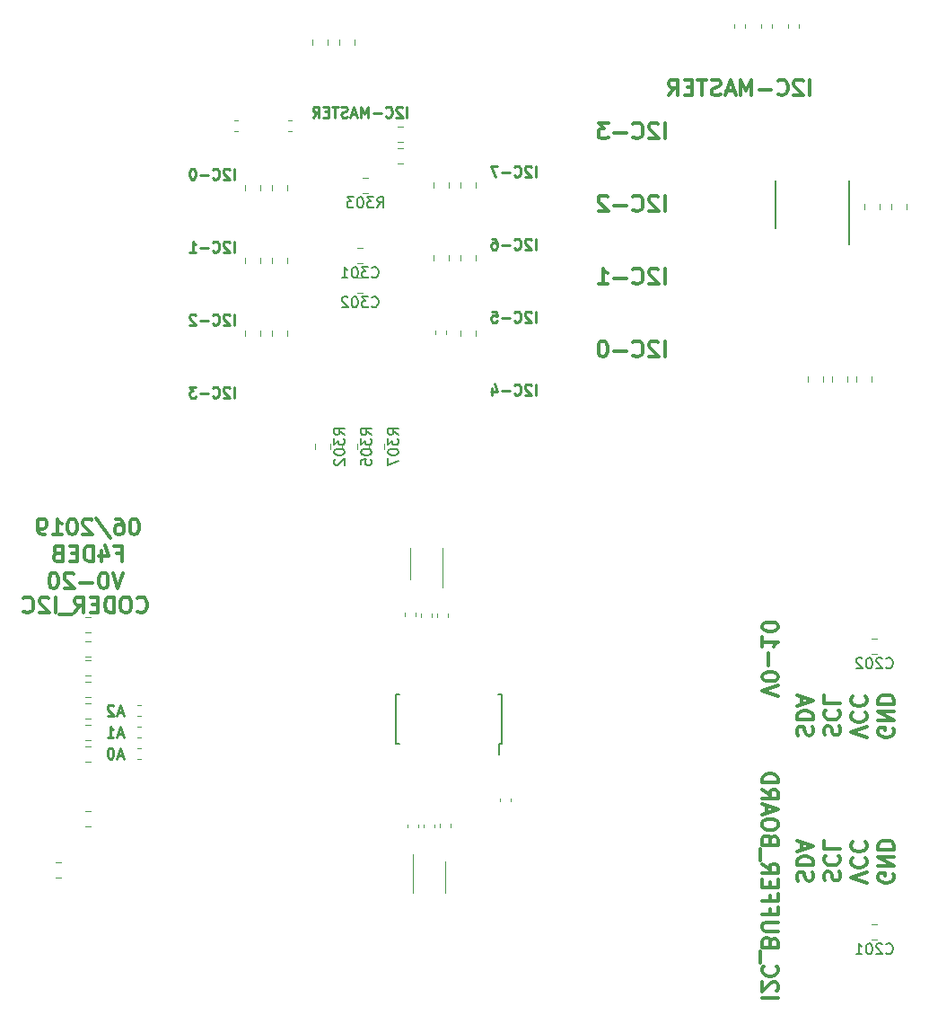
<source format=gbo>
G04 #@! TF.GenerationSoftware,KiCad,Pcbnew,5.0.2+dfsg1-1~bpo9+1*
G04 #@! TF.CreationDate,2019-06-29T23:35:38+02:00*
G04 #@! TF.ProjectId,PCB_I2C,5043425f-4932-4432-9e6b-696361645f70,rev?*
G04 #@! TF.SameCoordinates,Original*
G04 #@! TF.FileFunction,Legend,Bot*
G04 #@! TF.FilePolarity,Positive*
%FSLAX46Y46*%
G04 Gerber Fmt 4.6, Leading zero omitted, Abs format (unit mm)*
G04 Created by KiCad (PCBNEW 5.0.2+dfsg1-1~bpo9+1) date sam. 29 juin 2019 23:35:38 CEST*
%MOMM*%
%LPD*%
G01*
G04 APERTURE LIST*
%ADD10C,0.300000*%
%ADD11C,0.250000*%
%ADD12C,0.120000*%
%ADD13C,0.150000*%
G04 APERTURE END LIST*
D10*
X168659142Y-57828571D02*
X168659142Y-56328571D01*
X168016285Y-56471428D02*
X167944857Y-56400000D01*
X167802000Y-56328571D01*
X167444857Y-56328571D01*
X167302000Y-56400000D01*
X167230571Y-56471428D01*
X167159142Y-56614285D01*
X167159142Y-56757142D01*
X167230571Y-56971428D01*
X168087714Y-57828571D01*
X167159142Y-57828571D01*
X165659142Y-57685714D02*
X165730571Y-57757142D01*
X165944857Y-57828571D01*
X166087714Y-57828571D01*
X166302000Y-57757142D01*
X166444857Y-57614285D01*
X166516285Y-57471428D01*
X166587714Y-57185714D01*
X166587714Y-56971428D01*
X166516285Y-56685714D01*
X166444857Y-56542857D01*
X166302000Y-56400000D01*
X166087714Y-56328571D01*
X165944857Y-56328571D01*
X165730571Y-56400000D01*
X165659142Y-56471428D01*
X165016285Y-57257142D02*
X163873428Y-57257142D01*
X163159142Y-57828571D02*
X163159142Y-56328571D01*
X162659142Y-57400000D01*
X162159142Y-56328571D01*
X162159142Y-57828571D01*
X161516285Y-57400000D02*
X160802000Y-57400000D01*
X161659142Y-57828571D02*
X161159142Y-56328571D01*
X160659142Y-57828571D01*
X160230571Y-57757142D02*
X160016285Y-57828571D01*
X159659142Y-57828571D01*
X159516285Y-57757142D01*
X159444857Y-57685714D01*
X159373428Y-57542857D01*
X159373428Y-57400000D01*
X159444857Y-57257142D01*
X159516285Y-57185714D01*
X159659142Y-57114285D01*
X159944857Y-57042857D01*
X160087714Y-56971428D01*
X160159142Y-56900000D01*
X160230571Y-56757142D01*
X160230571Y-56614285D01*
X160159142Y-56471428D01*
X160087714Y-56400000D01*
X159944857Y-56328571D01*
X159587714Y-56328571D01*
X159373428Y-56400000D01*
X158944857Y-56328571D02*
X158087714Y-56328571D01*
X158516285Y-57828571D02*
X158516285Y-56328571D01*
X157587714Y-57042857D02*
X157087714Y-57042857D01*
X156873428Y-57828571D02*
X157587714Y-57828571D01*
X157587714Y-56328571D01*
X156873428Y-56328571D01*
X155373428Y-57828571D02*
X155873428Y-57114285D01*
X156230571Y-57828571D02*
X156230571Y-56328571D01*
X155659142Y-56328571D01*
X155516285Y-56400000D01*
X155444857Y-56471428D01*
X155373428Y-56614285D01*
X155373428Y-56828571D01*
X155444857Y-56971428D01*
X155516285Y-57042857D01*
X155659142Y-57114285D01*
X156230571Y-57114285D01*
X154999142Y-61892571D02*
X154999142Y-60392571D01*
X154356285Y-60535428D02*
X154284857Y-60464000D01*
X154142000Y-60392571D01*
X153784857Y-60392571D01*
X153642000Y-60464000D01*
X153570571Y-60535428D01*
X153499142Y-60678285D01*
X153499142Y-60821142D01*
X153570571Y-61035428D01*
X154427714Y-61892571D01*
X153499142Y-61892571D01*
X151999142Y-61749714D02*
X152070571Y-61821142D01*
X152284857Y-61892571D01*
X152427714Y-61892571D01*
X152642000Y-61821142D01*
X152784857Y-61678285D01*
X152856285Y-61535428D01*
X152927714Y-61249714D01*
X152927714Y-61035428D01*
X152856285Y-60749714D01*
X152784857Y-60606857D01*
X152642000Y-60464000D01*
X152427714Y-60392571D01*
X152284857Y-60392571D01*
X152070571Y-60464000D01*
X151999142Y-60535428D01*
X151356285Y-61321142D02*
X150213428Y-61321142D01*
X149642000Y-60392571D02*
X148713428Y-60392571D01*
X149213428Y-60964000D01*
X148999142Y-60964000D01*
X148856285Y-61035428D01*
X148784857Y-61106857D01*
X148713428Y-61249714D01*
X148713428Y-61606857D01*
X148784857Y-61749714D01*
X148856285Y-61821142D01*
X148999142Y-61892571D01*
X149427714Y-61892571D01*
X149570571Y-61821142D01*
X149642000Y-61749714D01*
X154999142Y-68750571D02*
X154999142Y-67250571D01*
X154356285Y-67393428D02*
X154284857Y-67322000D01*
X154142000Y-67250571D01*
X153784857Y-67250571D01*
X153642000Y-67322000D01*
X153570571Y-67393428D01*
X153499142Y-67536285D01*
X153499142Y-67679142D01*
X153570571Y-67893428D01*
X154427714Y-68750571D01*
X153499142Y-68750571D01*
X151999142Y-68607714D02*
X152070571Y-68679142D01*
X152284857Y-68750571D01*
X152427714Y-68750571D01*
X152642000Y-68679142D01*
X152784857Y-68536285D01*
X152856285Y-68393428D01*
X152927714Y-68107714D01*
X152927714Y-67893428D01*
X152856285Y-67607714D01*
X152784857Y-67464857D01*
X152642000Y-67322000D01*
X152427714Y-67250571D01*
X152284857Y-67250571D01*
X152070571Y-67322000D01*
X151999142Y-67393428D01*
X151356285Y-68179142D02*
X150213428Y-68179142D01*
X149570571Y-67393428D02*
X149499142Y-67322000D01*
X149356285Y-67250571D01*
X148999142Y-67250571D01*
X148856285Y-67322000D01*
X148784857Y-67393428D01*
X148713428Y-67536285D01*
X148713428Y-67679142D01*
X148784857Y-67893428D01*
X149642000Y-68750571D01*
X148713428Y-68750571D01*
X154999142Y-75608571D02*
X154999142Y-74108571D01*
X154356285Y-74251428D02*
X154284857Y-74180000D01*
X154142000Y-74108571D01*
X153784857Y-74108571D01*
X153642000Y-74180000D01*
X153570571Y-74251428D01*
X153499142Y-74394285D01*
X153499142Y-74537142D01*
X153570571Y-74751428D01*
X154427714Y-75608571D01*
X153499142Y-75608571D01*
X151999142Y-75465714D02*
X152070571Y-75537142D01*
X152284857Y-75608571D01*
X152427714Y-75608571D01*
X152642000Y-75537142D01*
X152784857Y-75394285D01*
X152856285Y-75251428D01*
X152927714Y-74965714D01*
X152927714Y-74751428D01*
X152856285Y-74465714D01*
X152784857Y-74322857D01*
X152642000Y-74180000D01*
X152427714Y-74108571D01*
X152284857Y-74108571D01*
X152070571Y-74180000D01*
X151999142Y-74251428D01*
X151356285Y-75037142D02*
X150213428Y-75037142D01*
X148713428Y-75608571D02*
X149570571Y-75608571D01*
X149142000Y-75608571D02*
X149142000Y-74108571D01*
X149284857Y-74322857D01*
X149427714Y-74465714D01*
X149570571Y-74537142D01*
X154999142Y-82466571D02*
X154999142Y-80966571D01*
X154356285Y-81109428D02*
X154284857Y-81038000D01*
X154142000Y-80966571D01*
X153784857Y-80966571D01*
X153642000Y-81038000D01*
X153570571Y-81109428D01*
X153499142Y-81252285D01*
X153499142Y-81395142D01*
X153570571Y-81609428D01*
X154427714Y-82466571D01*
X153499142Y-82466571D01*
X151999142Y-82323714D02*
X152070571Y-82395142D01*
X152284857Y-82466571D01*
X152427714Y-82466571D01*
X152642000Y-82395142D01*
X152784857Y-82252285D01*
X152856285Y-82109428D01*
X152927714Y-81823714D01*
X152927714Y-81609428D01*
X152856285Y-81323714D01*
X152784857Y-81180857D01*
X152642000Y-81038000D01*
X152427714Y-80966571D01*
X152284857Y-80966571D01*
X152070571Y-81038000D01*
X151999142Y-81109428D01*
X151356285Y-81895142D02*
X150213428Y-81895142D01*
X149213428Y-80966571D02*
X149070571Y-80966571D01*
X148927714Y-81038000D01*
X148856285Y-81109428D01*
X148784857Y-81252285D01*
X148713428Y-81538000D01*
X148713428Y-81895142D01*
X148784857Y-82180857D01*
X148856285Y-82323714D01*
X148927714Y-82395142D01*
X149070571Y-82466571D01*
X149213428Y-82466571D01*
X149356285Y-82395142D01*
X149427714Y-82323714D01*
X149499142Y-82180857D01*
X149570571Y-81895142D01*
X149570571Y-81538000D01*
X149499142Y-81252285D01*
X149427714Y-81109428D01*
X149356285Y-81038000D01*
X149213428Y-80966571D01*
D11*
X103838285Y-115990666D02*
X103362095Y-115990666D01*
X103933523Y-116276380D02*
X103600190Y-115276380D01*
X103266857Y-116276380D01*
X102981142Y-115371619D02*
X102933523Y-115324000D01*
X102838285Y-115276380D01*
X102600190Y-115276380D01*
X102504952Y-115324000D01*
X102457333Y-115371619D01*
X102409714Y-115466857D01*
X102409714Y-115562095D01*
X102457333Y-115704952D01*
X103028761Y-116276380D01*
X102409714Y-116276380D01*
X103838285Y-118022666D02*
X103362095Y-118022666D01*
X103933523Y-118308380D02*
X103600190Y-117308380D01*
X103266857Y-118308380D01*
X102409714Y-118308380D02*
X102981142Y-118308380D01*
X102695428Y-118308380D02*
X102695428Y-117308380D01*
X102790666Y-117451238D01*
X102885904Y-117546476D01*
X102981142Y-117594095D01*
X103838285Y-120054666D02*
X103362095Y-120054666D01*
X103933523Y-120340380D02*
X103600190Y-119340380D01*
X103266857Y-120340380D01*
X102743047Y-119340380D02*
X102647809Y-119340380D01*
X102552571Y-119388000D01*
X102504952Y-119435619D01*
X102457333Y-119530857D01*
X102409714Y-119721333D01*
X102409714Y-119959428D01*
X102457333Y-120149904D01*
X102504952Y-120245142D01*
X102552571Y-120292761D01*
X102647809Y-120340380D01*
X102743047Y-120340380D01*
X102838285Y-120292761D01*
X102885904Y-120245142D01*
X102933523Y-120149904D01*
X102981142Y-119959428D01*
X102981142Y-119721333D01*
X102933523Y-119530857D01*
X102885904Y-119435619D01*
X102838285Y-119388000D01*
X102743047Y-119340380D01*
D10*
X105012571Y-97730571D02*
X104869714Y-97730571D01*
X104726857Y-97802000D01*
X104655428Y-97873428D01*
X104584000Y-98016285D01*
X104512571Y-98302000D01*
X104512571Y-98659142D01*
X104584000Y-98944857D01*
X104655428Y-99087714D01*
X104726857Y-99159142D01*
X104869714Y-99230571D01*
X105012571Y-99230571D01*
X105155428Y-99159142D01*
X105226857Y-99087714D01*
X105298285Y-98944857D01*
X105369714Y-98659142D01*
X105369714Y-98302000D01*
X105298285Y-98016285D01*
X105226857Y-97873428D01*
X105155428Y-97802000D01*
X105012571Y-97730571D01*
X103226857Y-97730571D02*
X103512571Y-97730571D01*
X103655428Y-97802000D01*
X103726857Y-97873428D01*
X103869714Y-98087714D01*
X103941142Y-98373428D01*
X103941142Y-98944857D01*
X103869714Y-99087714D01*
X103798285Y-99159142D01*
X103655428Y-99230571D01*
X103369714Y-99230571D01*
X103226857Y-99159142D01*
X103155428Y-99087714D01*
X103084000Y-98944857D01*
X103084000Y-98587714D01*
X103155428Y-98444857D01*
X103226857Y-98373428D01*
X103369714Y-98302000D01*
X103655428Y-98302000D01*
X103798285Y-98373428D01*
X103869714Y-98444857D01*
X103941142Y-98587714D01*
X101369714Y-97659142D02*
X102655428Y-99587714D01*
X100941142Y-97873428D02*
X100869714Y-97802000D01*
X100726857Y-97730571D01*
X100369714Y-97730571D01*
X100226857Y-97802000D01*
X100155428Y-97873428D01*
X100084000Y-98016285D01*
X100084000Y-98159142D01*
X100155428Y-98373428D01*
X101012571Y-99230571D01*
X100084000Y-99230571D01*
X99155428Y-97730571D02*
X99012571Y-97730571D01*
X98869714Y-97802000D01*
X98798285Y-97873428D01*
X98726857Y-98016285D01*
X98655428Y-98302000D01*
X98655428Y-98659142D01*
X98726857Y-98944857D01*
X98798285Y-99087714D01*
X98869714Y-99159142D01*
X99012571Y-99230571D01*
X99155428Y-99230571D01*
X99298285Y-99159142D01*
X99369714Y-99087714D01*
X99441142Y-98944857D01*
X99512571Y-98659142D01*
X99512571Y-98302000D01*
X99441142Y-98016285D01*
X99369714Y-97873428D01*
X99298285Y-97802000D01*
X99155428Y-97730571D01*
X97226857Y-99230571D02*
X98084000Y-99230571D01*
X97655428Y-99230571D02*
X97655428Y-97730571D01*
X97798285Y-97944857D01*
X97941142Y-98087714D01*
X98084000Y-98159142D01*
X96512571Y-99230571D02*
X96226857Y-99230571D01*
X96084000Y-99159142D01*
X96012571Y-99087714D01*
X95869714Y-98873428D01*
X95798285Y-98587714D01*
X95798285Y-98016285D01*
X95869714Y-97873428D01*
X95941142Y-97802000D01*
X96084000Y-97730571D01*
X96369714Y-97730571D01*
X96512571Y-97802000D01*
X96584000Y-97873428D01*
X96655428Y-98016285D01*
X96655428Y-98373428D01*
X96584000Y-98516285D01*
X96512571Y-98587714D01*
X96369714Y-98659142D01*
X96084000Y-98659142D01*
X95941142Y-98587714D01*
X95869714Y-98516285D01*
X95798285Y-98373428D01*
D11*
X130642761Y-59888380D02*
X130642761Y-58888380D01*
X130214190Y-58983619D02*
X130166571Y-58936000D01*
X130071333Y-58888380D01*
X129833238Y-58888380D01*
X129738000Y-58936000D01*
X129690380Y-58983619D01*
X129642761Y-59078857D01*
X129642761Y-59174095D01*
X129690380Y-59316952D01*
X130261809Y-59888380D01*
X129642761Y-59888380D01*
X128642761Y-59793142D02*
X128690380Y-59840761D01*
X128833238Y-59888380D01*
X128928476Y-59888380D01*
X129071333Y-59840761D01*
X129166571Y-59745523D01*
X129214190Y-59650285D01*
X129261809Y-59459809D01*
X129261809Y-59316952D01*
X129214190Y-59126476D01*
X129166571Y-59031238D01*
X129071333Y-58936000D01*
X128928476Y-58888380D01*
X128833238Y-58888380D01*
X128690380Y-58936000D01*
X128642761Y-58983619D01*
X128214190Y-59507428D02*
X127452285Y-59507428D01*
X126976095Y-59888380D02*
X126976095Y-58888380D01*
X126642761Y-59602666D01*
X126309428Y-58888380D01*
X126309428Y-59888380D01*
X125880857Y-59602666D02*
X125404666Y-59602666D01*
X125976095Y-59888380D02*
X125642761Y-58888380D01*
X125309428Y-59888380D01*
X125023714Y-59840761D02*
X124880857Y-59888380D01*
X124642761Y-59888380D01*
X124547523Y-59840761D01*
X124499904Y-59793142D01*
X124452285Y-59697904D01*
X124452285Y-59602666D01*
X124499904Y-59507428D01*
X124547523Y-59459809D01*
X124642761Y-59412190D01*
X124833238Y-59364571D01*
X124928476Y-59316952D01*
X124976095Y-59269333D01*
X125023714Y-59174095D01*
X125023714Y-59078857D01*
X124976095Y-58983619D01*
X124928476Y-58936000D01*
X124833238Y-58888380D01*
X124595142Y-58888380D01*
X124452285Y-58936000D01*
X124166571Y-58888380D02*
X123595142Y-58888380D01*
X123880857Y-59888380D02*
X123880857Y-58888380D01*
X123261809Y-59364571D02*
X122928476Y-59364571D01*
X122785619Y-59888380D02*
X123261809Y-59888380D01*
X123261809Y-58888380D01*
X122785619Y-58888380D01*
X121785619Y-59888380D02*
X122118952Y-59412190D01*
X122357047Y-59888380D02*
X122357047Y-58888380D01*
X121976095Y-58888380D01*
X121880857Y-58936000D01*
X121833238Y-58983619D01*
X121785619Y-59078857D01*
X121785619Y-59221714D01*
X121833238Y-59316952D01*
X121880857Y-59364571D01*
X121976095Y-59412190D01*
X122357047Y-59412190D01*
X142787428Y-65476380D02*
X142787428Y-64476380D01*
X142358857Y-64571619D02*
X142311238Y-64524000D01*
X142216000Y-64476380D01*
X141977904Y-64476380D01*
X141882666Y-64524000D01*
X141835047Y-64571619D01*
X141787428Y-64666857D01*
X141787428Y-64762095D01*
X141835047Y-64904952D01*
X142406476Y-65476380D01*
X141787428Y-65476380D01*
X140787428Y-65381142D02*
X140835047Y-65428761D01*
X140977904Y-65476380D01*
X141073142Y-65476380D01*
X141216000Y-65428761D01*
X141311238Y-65333523D01*
X141358857Y-65238285D01*
X141406476Y-65047809D01*
X141406476Y-64904952D01*
X141358857Y-64714476D01*
X141311238Y-64619238D01*
X141216000Y-64524000D01*
X141073142Y-64476380D01*
X140977904Y-64476380D01*
X140835047Y-64524000D01*
X140787428Y-64571619D01*
X140358857Y-65095428D02*
X139596952Y-65095428D01*
X139216000Y-64476380D02*
X138549333Y-64476380D01*
X138977904Y-65476380D01*
X142787428Y-72334380D02*
X142787428Y-71334380D01*
X142358857Y-71429619D02*
X142311238Y-71382000D01*
X142216000Y-71334380D01*
X141977904Y-71334380D01*
X141882666Y-71382000D01*
X141835047Y-71429619D01*
X141787428Y-71524857D01*
X141787428Y-71620095D01*
X141835047Y-71762952D01*
X142406476Y-72334380D01*
X141787428Y-72334380D01*
X140787428Y-72239142D02*
X140835047Y-72286761D01*
X140977904Y-72334380D01*
X141073142Y-72334380D01*
X141216000Y-72286761D01*
X141311238Y-72191523D01*
X141358857Y-72096285D01*
X141406476Y-71905809D01*
X141406476Y-71762952D01*
X141358857Y-71572476D01*
X141311238Y-71477238D01*
X141216000Y-71382000D01*
X141073142Y-71334380D01*
X140977904Y-71334380D01*
X140835047Y-71382000D01*
X140787428Y-71429619D01*
X140358857Y-71953428D02*
X139596952Y-71953428D01*
X138692190Y-71334380D02*
X138882666Y-71334380D01*
X138977904Y-71382000D01*
X139025523Y-71429619D01*
X139120761Y-71572476D01*
X139168380Y-71762952D01*
X139168380Y-72143904D01*
X139120761Y-72239142D01*
X139073142Y-72286761D01*
X138977904Y-72334380D01*
X138787428Y-72334380D01*
X138692190Y-72286761D01*
X138644571Y-72239142D01*
X138596952Y-72143904D01*
X138596952Y-71905809D01*
X138644571Y-71810571D01*
X138692190Y-71762952D01*
X138787428Y-71715333D01*
X138977904Y-71715333D01*
X139073142Y-71762952D01*
X139120761Y-71810571D01*
X139168380Y-71905809D01*
X142787428Y-79192380D02*
X142787428Y-78192380D01*
X142358857Y-78287619D02*
X142311238Y-78240000D01*
X142216000Y-78192380D01*
X141977904Y-78192380D01*
X141882666Y-78240000D01*
X141835047Y-78287619D01*
X141787428Y-78382857D01*
X141787428Y-78478095D01*
X141835047Y-78620952D01*
X142406476Y-79192380D01*
X141787428Y-79192380D01*
X140787428Y-79097142D02*
X140835047Y-79144761D01*
X140977904Y-79192380D01*
X141073142Y-79192380D01*
X141216000Y-79144761D01*
X141311238Y-79049523D01*
X141358857Y-78954285D01*
X141406476Y-78763809D01*
X141406476Y-78620952D01*
X141358857Y-78430476D01*
X141311238Y-78335238D01*
X141216000Y-78240000D01*
X141073142Y-78192380D01*
X140977904Y-78192380D01*
X140835047Y-78240000D01*
X140787428Y-78287619D01*
X140358857Y-78811428D02*
X139596952Y-78811428D01*
X138644571Y-78192380D02*
X139120761Y-78192380D01*
X139168380Y-78668571D01*
X139120761Y-78620952D01*
X139025523Y-78573333D01*
X138787428Y-78573333D01*
X138692190Y-78620952D01*
X138644571Y-78668571D01*
X138596952Y-78763809D01*
X138596952Y-79001904D01*
X138644571Y-79097142D01*
X138692190Y-79144761D01*
X138787428Y-79192380D01*
X139025523Y-79192380D01*
X139120761Y-79144761D01*
X139168380Y-79097142D01*
X142787428Y-86050380D02*
X142787428Y-85050380D01*
X142358857Y-85145619D02*
X142311238Y-85098000D01*
X142216000Y-85050380D01*
X141977904Y-85050380D01*
X141882666Y-85098000D01*
X141835047Y-85145619D01*
X141787428Y-85240857D01*
X141787428Y-85336095D01*
X141835047Y-85478952D01*
X142406476Y-86050380D01*
X141787428Y-86050380D01*
X140787428Y-85955142D02*
X140835047Y-86002761D01*
X140977904Y-86050380D01*
X141073142Y-86050380D01*
X141216000Y-86002761D01*
X141311238Y-85907523D01*
X141358857Y-85812285D01*
X141406476Y-85621809D01*
X141406476Y-85478952D01*
X141358857Y-85288476D01*
X141311238Y-85193238D01*
X141216000Y-85098000D01*
X141073142Y-85050380D01*
X140977904Y-85050380D01*
X140835047Y-85098000D01*
X140787428Y-85145619D01*
X140358857Y-85669428D02*
X139596952Y-85669428D01*
X138692190Y-85383714D02*
X138692190Y-86050380D01*
X138930285Y-85002761D02*
X139168380Y-85717047D01*
X138549333Y-85717047D01*
X114339428Y-86304380D02*
X114339428Y-85304380D01*
X113910857Y-85399619D02*
X113863238Y-85352000D01*
X113768000Y-85304380D01*
X113529904Y-85304380D01*
X113434666Y-85352000D01*
X113387047Y-85399619D01*
X113339428Y-85494857D01*
X113339428Y-85590095D01*
X113387047Y-85732952D01*
X113958476Y-86304380D01*
X113339428Y-86304380D01*
X112339428Y-86209142D02*
X112387047Y-86256761D01*
X112529904Y-86304380D01*
X112625142Y-86304380D01*
X112768000Y-86256761D01*
X112863238Y-86161523D01*
X112910857Y-86066285D01*
X112958476Y-85875809D01*
X112958476Y-85732952D01*
X112910857Y-85542476D01*
X112863238Y-85447238D01*
X112768000Y-85352000D01*
X112625142Y-85304380D01*
X112529904Y-85304380D01*
X112387047Y-85352000D01*
X112339428Y-85399619D01*
X111910857Y-85923428D02*
X111148952Y-85923428D01*
X110768000Y-85304380D02*
X110148952Y-85304380D01*
X110482285Y-85685333D01*
X110339428Y-85685333D01*
X110244190Y-85732952D01*
X110196571Y-85780571D01*
X110148952Y-85875809D01*
X110148952Y-86113904D01*
X110196571Y-86209142D01*
X110244190Y-86256761D01*
X110339428Y-86304380D01*
X110625142Y-86304380D01*
X110720380Y-86256761D01*
X110768000Y-86209142D01*
X114339428Y-79446380D02*
X114339428Y-78446380D01*
X113910857Y-78541619D02*
X113863238Y-78494000D01*
X113768000Y-78446380D01*
X113529904Y-78446380D01*
X113434666Y-78494000D01*
X113387047Y-78541619D01*
X113339428Y-78636857D01*
X113339428Y-78732095D01*
X113387047Y-78874952D01*
X113958476Y-79446380D01*
X113339428Y-79446380D01*
X112339428Y-79351142D02*
X112387047Y-79398761D01*
X112529904Y-79446380D01*
X112625142Y-79446380D01*
X112768000Y-79398761D01*
X112863238Y-79303523D01*
X112910857Y-79208285D01*
X112958476Y-79017809D01*
X112958476Y-78874952D01*
X112910857Y-78684476D01*
X112863238Y-78589238D01*
X112768000Y-78494000D01*
X112625142Y-78446380D01*
X112529904Y-78446380D01*
X112387047Y-78494000D01*
X112339428Y-78541619D01*
X111910857Y-79065428D02*
X111148952Y-79065428D01*
X110720380Y-78541619D02*
X110672761Y-78494000D01*
X110577523Y-78446380D01*
X110339428Y-78446380D01*
X110244190Y-78494000D01*
X110196571Y-78541619D01*
X110148952Y-78636857D01*
X110148952Y-78732095D01*
X110196571Y-78874952D01*
X110768000Y-79446380D01*
X110148952Y-79446380D01*
X114339428Y-72588380D02*
X114339428Y-71588380D01*
X113910857Y-71683619D02*
X113863238Y-71636000D01*
X113768000Y-71588380D01*
X113529904Y-71588380D01*
X113434666Y-71636000D01*
X113387047Y-71683619D01*
X113339428Y-71778857D01*
X113339428Y-71874095D01*
X113387047Y-72016952D01*
X113958476Y-72588380D01*
X113339428Y-72588380D01*
X112339428Y-72493142D02*
X112387047Y-72540761D01*
X112529904Y-72588380D01*
X112625142Y-72588380D01*
X112768000Y-72540761D01*
X112863238Y-72445523D01*
X112910857Y-72350285D01*
X112958476Y-72159809D01*
X112958476Y-72016952D01*
X112910857Y-71826476D01*
X112863238Y-71731238D01*
X112768000Y-71636000D01*
X112625142Y-71588380D01*
X112529904Y-71588380D01*
X112387047Y-71636000D01*
X112339428Y-71683619D01*
X111910857Y-72207428D02*
X111148952Y-72207428D01*
X110148952Y-72588380D02*
X110720380Y-72588380D01*
X110434666Y-72588380D02*
X110434666Y-71588380D01*
X110529904Y-71731238D01*
X110625142Y-71826476D01*
X110720380Y-71874095D01*
X114339428Y-65730380D02*
X114339428Y-64730380D01*
X113910857Y-64825619D02*
X113863238Y-64778000D01*
X113768000Y-64730380D01*
X113529904Y-64730380D01*
X113434666Y-64778000D01*
X113387047Y-64825619D01*
X113339428Y-64920857D01*
X113339428Y-65016095D01*
X113387047Y-65158952D01*
X113958476Y-65730380D01*
X113339428Y-65730380D01*
X112339428Y-65635142D02*
X112387047Y-65682761D01*
X112529904Y-65730380D01*
X112625142Y-65730380D01*
X112768000Y-65682761D01*
X112863238Y-65587523D01*
X112910857Y-65492285D01*
X112958476Y-65301809D01*
X112958476Y-65158952D01*
X112910857Y-64968476D01*
X112863238Y-64873238D01*
X112768000Y-64778000D01*
X112625142Y-64730380D01*
X112529904Y-64730380D01*
X112387047Y-64778000D01*
X112339428Y-64825619D01*
X111910857Y-65349428D02*
X111148952Y-65349428D01*
X110482285Y-64730380D02*
X110387047Y-64730380D01*
X110291809Y-64778000D01*
X110244190Y-64825619D01*
X110196571Y-64920857D01*
X110148952Y-65111333D01*
X110148952Y-65349428D01*
X110196571Y-65539904D01*
X110244190Y-65635142D01*
X110291809Y-65682761D01*
X110387047Y-65730380D01*
X110482285Y-65730380D01*
X110577523Y-65682761D01*
X110625142Y-65635142D01*
X110672761Y-65539904D01*
X110720380Y-65349428D01*
X110720380Y-65111333D01*
X110672761Y-64920857D01*
X110625142Y-64825619D01*
X110577523Y-64778000D01*
X110482285Y-64730380D01*
D10*
X103262571Y-100984857D02*
X103762571Y-100984857D01*
X103762571Y-101770571D02*
X103762571Y-100270571D01*
X103048285Y-100270571D01*
X101834000Y-100770571D02*
X101834000Y-101770571D01*
X102191142Y-100199142D02*
X102548285Y-101270571D01*
X101619714Y-101270571D01*
X101048285Y-101770571D02*
X101048285Y-100270571D01*
X100691142Y-100270571D01*
X100476857Y-100342000D01*
X100334000Y-100484857D01*
X100262571Y-100627714D01*
X100191142Y-100913428D01*
X100191142Y-101127714D01*
X100262571Y-101413428D01*
X100334000Y-101556285D01*
X100476857Y-101699142D01*
X100691142Y-101770571D01*
X101048285Y-101770571D01*
X99548285Y-100984857D02*
X99048285Y-100984857D01*
X98834000Y-101770571D02*
X99548285Y-101770571D01*
X99548285Y-100270571D01*
X98834000Y-100270571D01*
X97691142Y-100984857D02*
X97476857Y-101056285D01*
X97405428Y-101127714D01*
X97334000Y-101270571D01*
X97334000Y-101484857D01*
X97405428Y-101627714D01*
X97476857Y-101699142D01*
X97619714Y-101770571D01*
X98191142Y-101770571D01*
X98191142Y-100270571D01*
X97691142Y-100270571D01*
X97548285Y-100342000D01*
X97476857Y-100413428D01*
X97405428Y-100556285D01*
X97405428Y-100699142D01*
X97476857Y-100842000D01*
X97548285Y-100913428D01*
X97691142Y-100984857D01*
X98191142Y-100984857D01*
X103901428Y-102810571D02*
X103401428Y-104310571D01*
X102901428Y-102810571D01*
X102115714Y-102810571D02*
X101972857Y-102810571D01*
X101830000Y-102882000D01*
X101758571Y-102953428D01*
X101687142Y-103096285D01*
X101615714Y-103382000D01*
X101615714Y-103739142D01*
X101687142Y-104024857D01*
X101758571Y-104167714D01*
X101830000Y-104239142D01*
X101972857Y-104310571D01*
X102115714Y-104310571D01*
X102258571Y-104239142D01*
X102330000Y-104167714D01*
X102401428Y-104024857D01*
X102472857Y-103739142D01*
X102472857Y-103382000D01*
X102401428Y-103096285D01*
X102330000Y-102953428D01*
X102258571Y-102882000D01*
X102115714Y-102810571D01*
X100972857Y-103739142D02*
X99830000Y-103739142D01*
X99187142Y-102953428D02*
X99115714Y-102882000D01*
X98972857Y-102810571D01*
X98615714Y-102810571D01*
X98472857Y-102882000D01*
X98401428Y-102953428D01*
X98330000Y-103096285D01*
X98330000Y-103239142D01*
X98401428Y-103453428D01*
X99258571Y-104310571D01*
X98330000Y-104310571D01*
X97401428Y-102810571D02*
X97258571Y-102810571D01*
X97115714Y-102882000D01*
X97044285Y-102953428D01*
X96972857Y-103096285D01*
X96901428Y-103382000D01*
X96901428Y-103739142D01*
X96972857Y-104024857D01*
X97044285Y-104167714D01*
X97115714Y-104239142D01*
X97258571Y-104310571D01*
X97401428Y-104310571D01*
X97544285Y-104239142D01*
X97615714Y-104167714D01*
X97687142Y-104024857D01*
X97758571Y-103739142D01*
X97758571Y-103382000D01*
X97687142Y-103096285D01*
X97615714Y-102953428D01*
X97544285Y-102882000D01*
X97401428Y-102810571D01*
X105222857Y-106453714D02*
X105294285Y-106525142D01*
X105508571Y-106596571D01*
X105651428Y-106596571D01*
X105865714Y-106525142D01*
X106008571Y-106382285D01*
X106080000Y-106239428D01*
X106151428Y-105953714D01*
X106151428Y-105739428D01*
X106080000Y-105453714D01*
X106008571Y-105310857D01*
X105865714Y-105168000D01*
X105651428Y-105096571D01*
X105508571Y-105096571D01*
X105294285Y-105168000D01*
X105222857Y-105239428D01*
X104294285Y-105096571D02*
X104008571Y-105096571D01*
X103865714Y-105168000D01*
X103722857Y-105310857D01*
X103651428Y-105596571D01*
X103651428Y-106096571D01*
X103722857Y-106382285D01*
X103865714Y-106525142D01*
X104008571Y-106596571D01*
X104294285Y-106596571D01*
X104437142Y-106525142D01*
X104580000Y-106382285D01*
X104651428Y-106096571D01*
X104651428Y-105596571D01*
X104580000Y-105310857D01*
X104437142Y-105168000D01*
X104294285Y-105096571D01*
X103008571Y-106596571D02*
X103008571Y-105096571D01*
X102651428Y-105096571D01*
X102437142Y-105168000D01*
X102294285Y-105310857D01*
X102222857Y-105453714D01*
X102151428Y-105739428D01*
X102151428Y-105953714D01*
X102222857Y-106239428D01*
X102294285Y-106382285D01*
X102437142Y-106525142D01*
X102651428Y-106596571D01*
X103008571Y-106596571D01*
X101508571Y-105810857D02*
X101008571Y-105810857D01*
X100794285Y-106596571D02*
X101508571Y-106596571D01*
X101508571Y-105096571D01*
X100794285Y-105096571D01*
X99294285Y-106596571D02*
X99794285Y-105882285D01*
X100151428Y-106596571D02*
X100151428Y-105096571D01*
X99580000Y-105096571D01*
X99437142Y-105168000D01*
X99365714Y-105239428D01*
X99294285Y-105382285D01*
X99294285Y-105596571D01*
X99365714Y-105739428D01*
X99437142Y-105810857D01*
X99580000Y-105882285D01*
X100151428Y-105882285D01*
X99008571Y-106739428D02*
X97865714Y-106739428D01*
X97508571Y-106596571D02*
X97508571Y-105096571D01*
X96865714Y-105239428D02*
X96794285Y-105168000D01*
X96651428Y-105096571D01*
X96294285Y-105096571D01*
X96151428Y-105168000D01*
X96080000Y-105239428D01*
X96008571Y-105382285D01*
X96008571Y-105525142D01*
X96080000Y-105739428D01*
X96937142Y-106596571D01*
X96008571Y-106596571D01*
X94508571Y-106453714D02*
X94580000Y-106525142D01*
X94794285Y-106596571D01*
X94937142Y-106596571D01*
X95151428Y-106525142D01*
X95294285Y-106382285D01*
X95365714Y-106239428D01*
X95437142Y-105953714D01*
X95437142Y-105739428D01*
X95365714Y-105453714D01*
X95294285Y-105310857D01*
X95151428Y-105168000D01*
X94937142Y-105096571D01*
X94794285Y-105096571D01*
X94580000Y-105168000D01*
X94508571Y-105239428D01*
X176533000Y-117474857D02*
X176604428Y-117617714D01*
X176604428Y-117832000D01*
X176533000Y-118046285D01*
X176390142Y-118189142D01*
X176247285Y-118260571D01*
X175961571Y-118332000D01*
X175747285Y-118332000D01*
X175461571Y-118260571D01*
X175318714Y-118189142D01*
X175175857Y-118046285D01*
X175104428Y-117832000D01*
X175104428Y-117689142D01*
X175175857Y-117474857D01*
X175247285Y-117403428D01*
X175747285Y-117403428D01*
X175747285Y-117689142D01*
X175104428Y-116760571D02*
X176604428Y-116760571D01*
X175104428Y-115903428D01*
X176604428Y-115903428D01*
X175104428Y-115189142D02*
X176604428Y-115189142D01*
X176604428Y-114832000D01*
X176533000Y-114617714D01*
X176390142Y-114474857D01*
X176247285Y-114403428D01*
X175961571Y-114332000D01*
X175747285Y-114332000D01*
X175461571Y-114403428D01*
X175318714Y-114474857D01*
X175175857Y-114617714D01*
X175104428Y-114832000D01*
X175104428Y-115189142D01*
X174054428Y-118332000D02*
X172554428Y-117832000D01*
X174054428Y-117332000D01*
X172697285Y-115974857D02*
X172625857Y-116046285D01*
X172554428Y-116260571D01*
X172554428Y-116403428D01*
X172625857Y-116617714D01*
X172768714Y-116760571D01*
X172911571Y-116832000D01*
X173197285Y-116903428D01*
X173411571Y-116903428D01*
X173697285Y-116832000D01*
X173840142Y-116760571D01*
X173983000Y-116617714D01*
X174054428Y-116403428D01*
X174054428Y-116260571D01*
X173983000Y-116046285D01*
X173911571Y-115974857D01*
X172697285Y-114474857D02*
X172625857Y-114546285D01*
X172554428Y-114760571D01*
X172554428Y-114903428D01*
X172625857Y-115117714D01*
X172768714Y-115260571D01*
X172911571Y-115332000D01*
X173197285Y-115403428D01*
X173411571Y-115403428D01*
X173697285Y-115332000D01*
X173840142Y-115260571D01*
X173983000Y-115117714D01*
X174054428Y-114903428D01*
X174054428Y-114760571D01*
X173983000Y-114546285D01*
X173911571Y-114474857D01*
X170075857Y-118117714D02*
X170004428Y-117903428D01*
X170004428Y-117546285D01*
X170075857Y-117403428D01*
X170147285Y-117332000D01*
X170290142Y-117260571D01*
X170433000Y-117260571D01*
X170575857Y-117332000D01*
X170647285Y-117403428D01*
X170718714Y-117546285D01*
X170790142Y-117832000D01*
X170861571Y-117974857D01*
X170933000Y-118046285D01*
X171075857Y-118117714D01*
X171218714Y-118117714D01*
X171361571Y-118046285D01*
X171433000Y-117974857D01*
X171504428Y-117832000D01*
X171504428Y-117474857D01*
X171433000Y-117260571D01*
X170147285Y-115760571D02*
X170075857Y-115832000D01*
X170004428Y-116046285D01*
X170004428Y-116189142D01*
X170075857Y-116403428D01*
X170218714Y-116546285D01*
X170361571Y-116617714D01*
X170647285Y-116689142D01*
X170861571Y-116689142D01*
X171147285Y-116617714D01*
X171290142Y-116546285D01*
X171433000Y-116403428D01*
X171504428Y-116189142D01*
X171504428Y-116046285D01*
X171433000Y-115832000D01*
X171361571Y-115760571D01*
X170004428Y-114403428D02*
X170004428Y-115117714D01*
X171504428Y-115117714D01*
X167525857Y-118153428D02*
X167454428Y-117939142D01*
X167454428Y-117582000D01*
X167525857Y-117439142D01*
X167597285Y-117367714D01*
X167740142Y-117296285D01*
X167883000Y-117296285D01*
X168025857Y-117367714D01*
X168097285Y-117439142D01*
X168168714Y-117582000D01*
X168240142Y-117867714D01*
X168311571Y-118010571D01*
X168383000Y-118082000D01*
X168525857Y-118153428D01*
X168668714Y-118153428D01*
X168811571Y-118082000D01*
X168883000Y-118010571D01*
X168954428Y-117867714D01*
X168954428Y-117510571D01*
X168883000Y-117296285D01*
X167454428Y-116653428D02*
X168954428Y-116653428D01*
X168954428Y-116296285D01*
X168883000Y-116082000D01*
X168740142Y-115939142D01*
X168597285Y-115867714D01*
X168311571Y-115796285D01*
X168097285Y-115796285D01*
X167811571Y-115867714D01*
X167668714Y-115939142D01*
X167525857Y-116082000D01*
X167454428Y-116296285D01*
X167454428Y-116653428D01*
X167883000Y-115224857D02*
X167883000Y-114510571D01*
X167454428Y-115367714D02*
X168954428Y-114867714D01*
X167454428Y-114367714D01*
X176533000Y-131190857D02*
X176604428Y-131333714D01*
X176604428Y-131548000D01*
X176533000Y-131762285D01*
X176390142Y-131905142D01*
X176247285Y-131976571D01*
X175961571Y-132048000D01*
X175747285Y-132048000D01*
X175461571Y-131976571D01*
X175318714Y-131905142D01*
X175175857Y-131762285D01*
X175104428Y-131548000D01*
X175104428Y-131405142D01*
X175175857Y-131190857D01*
X175247285Y-131119428D01*
X175747285Y-131119428D01*
X175747285Y-131405142D01*
X175104428Y-130476571D02*
X176604428Y-130476571D01*
X175104428Y-129619428D01*
X176604428Y-129619428D01*
X175104428Y-128905142D02*
X176604428Y-128905142D01*
X176604428Y-128548000D01*
X176533000Y-128333714D01*
X176390142Y-128190857D01*
X176247285Y-128119428D01*
X175961571Y-128048000D01*
X175747285Y-128048000D01*
X175461571Y-128119428D01*
X175318714Y-128190857D01*
X175175857Y-128333714D01*
X175104428Y-128548000D01*
X175104428Y-128905142D01*
X174054428Y-132048000D02*
X172554428Y-131548000D01*
X174054428Y-131048000D01*
X172697285Y-129690857D02*
X172625857Y-129762285D01*
X172554428Y-129976571D01*
X172554428Y-130119428D01*
X172625857Y-130333714D01*
X172768714Y-130476571D01*
X172911571Y-130548000D01*
X173197285Y-130619428D01*
X173411571Y-130619428D01*
X173697285Y-130548000D01*
X173840142Y-130476571D01*
X173983000Y-130333714D01*
X174054428Y-130119428D01*
X174054428Y-129976571D01*
X173983000Y-129762285D01*
X173911571Y-129690857D01*
X172697285Y-128190857D02*
X172625857Y-128262285D01*
X172554428Y-128476571D01*
X172554428Y-128619428D01*
X172625857Y-128833714D01*
X172768714Y-128976571D01*
X172911571Y-129048000D01*
X173197285Y-129119428D01*
X173411571Y-129119428D01*
X173697285Y-129048000D01*
X173840142Y-128976571D01*
X173983000Y-128833714D01*
X174054428Y-128619428D01*
X174054428Y-128476571D01*
X173983000Y-128262285D01*
X173911571Y-128190857D01*
X170075857Y-131833714D02*
X170004428Y-131619428D01*
X170004428Y-131262285D01*
X170075857Y-131119428D01*
X170147285Y-131048000D01*
X170290142Y-130976571D01*
X170433000Y-130976571D01*
X170575857Y-131048000D01*
X170647285Y-131119428D01*
X170718714Y-131262285D01*
X170790142Y-131548000D01*
X170861571Y-131690857D01*
X170933000Y-131762285D01*
X171075857Y-131833714D01*
X171218714Y-131833714D01*
X171361571Y-131762285D01*
X171433000Y-131690857D01*
X171504428Y-131548000D01*
X171504428Y-131190857D01*
X171433000Y-130976571D01*
X170147285Y-129476571D02*
X170075857Y-129548000D01*
X170004428Y-129762285D01*
X170004428Y-129905142D01*
X170075857Y-130119428D01*
X170218714Y-130262285D01*
X170361571Y-130333714D01*
X170647285Y-130405142D01*
X170861571Y-130405142D01*
X171147285Y-130333714D01*
X171290142Y-130262285D01*
X171433000Y-130119428D01*
X171504428Y-129905142D01*
X171504428Y-129762285D01*
X171433000Y-129548000D01*
X171361571Y-129476571D01*
X170004428Y-128119428D02*
X170004428Y-128833714D01*
X171504428Y-128833714D01*
X167525857Y-131869428D02*
X167454428Y-131655142D01*
X167454428Y-131298000D01*
X167525857Y-131155142D01*
X167597285Y-131083714D01*
X167740142Y-131012285D01*
X167883000Y-131012285D01*
X168025857Y-131083714D01*
X168097285Y-131155142D01*
X168168714Y-131298000D01*
X168240142Y-131583714D01*
X168311571Y-131726571D01*
X168383000Y-131798000D01*
X168525857Y-131869428D01*
X168668714Y-131869428D01*
X168811571Y-131798000D01*
X168883000Y-131726571D01*
X168954428Y-131583714D01*
X168954428Y-131226571D01*
X168883000Y-131012285D01*
X167454428Y-130369428D02*
X168954428Y-130369428D01*
X168954428Y-130012285D01*
X168883000Y-129798000D01*
X168740142Y-129655142D01*
X168597285Y-129583714D01*
X168311571Y-129512285D01*
X168097285Y-129512285D01*
X167811571Y-129583714D01*
X167668714Y-129655142D01*
X167525857Y-129798000D01*
X167454428Y-130012285D01*
X167454428Y-130369428D01*
X167883000Y-128940857D02*
X167883000Y-128226571D01*
X167454428Y-129083714D02*
X168954428Y-128583714D01*
X167454428Y-128083714D01*
X164167428Y-142900571D02*
X165667428Y-142900571D01*
X165524571Y-142257714D02*
X165596000Y-142186285D01*
X165667428Y-142043428D01*
X165667428Y-141686285D01*
X165596000Y-141543428D01*
X165524571Y-141472000D01*
X165381714Y-141400571D01*
X165238857Y-141400571D01*
X165024571Y-141472000D01*
X164167428Y-142329142D01*
X164167428Y-141400571D01*
X164310285Y-139900571D02*
X164238857Y-139972000D01*
X164167428Y-140186285D01*
X164167428Y-140329142D01*
X164238857Y-140543428D01*
X164381714Y-140686285D01*
X164524571Y-140757714D01*
X164810285Y-140829142D01*
X165024571Y-140829142D01*
X165310285Y-140757714D01*
X165453142Y-140686285D01*
X165596000Y-140543428D01*
X165667428Y-140329142D01*
X165667428Y-140186285D01*
X165596000Y-139972000D01*
X165524571Y-139900571D01*
X164024571Y-139614857D02*
X164024571Y-138472000D01*
X164953142Y-137614857D02*
X164881714Y-137400571D01*
X164810285Y-137329142D01*
X164667428Y-137257714D01*
X164453142Y-137257714D01*
X164310285Y-137329142D01*
X164238857Y-137400571D01*
X164167428Y-137543428D01*
X164167428Y-138114857D01*
X165667428Y-138114857D01*
X165667428Y-137614857D01*
X165596000Y-137472000D01*
X165524571Y-137400571D01*
X165381714Y-137329142D01*
X165238857Y-137329142D01*
X165096000Y-137400571D01*
X165024571Y-137472000D01*
X164953142Y-137614857D01*
X164953142Y-138114857D01*
X165667428Y-136614857D02*
X164453142Y-136614857D01*
X164310285Y-136543428D01*
X164238857Y-136472000D01*
X164167428Y-136329142D01*
X164167428Y-136043428D01*
X164238857Y-135900571D01*
X164310285Y-135829142D01*
X164453142Y-135757714D01*
X165667428Y-135757714D01*
X164953142Y-134543428D02*
X164953142Y-135043428D01*
X164167428Y-135043428D02*
X165667428Y-135043428D01*
X165667428Y-134329142D01*
X164953142Y-133257714D02*
X164953142Y-133757714D01*
X164167428Y-133757714D02*
X165667428Y-133757714D01*
X165667428Y-133043428D01*
X164953142Y-132472000D02*
X164953142Y-131972000D01*
X164167428Y-131757714D02*
X164167428Y-132472000D01*
X165667428Y-132472000D01*
X165667428Y-131757714D01*
X164167428Y-130257714D02*
X164881714Y-130757714D01*
X164167428Y-131114857D02*
X165667428Y-131114857D01*
X165667428Y-130543428D01*
X165596000Y-130400571D01*
X165524571Y-130329142D01*
X165381714Y-130257714D01*
X165167428Y-130257714D01*
X165024571Y-130329142D01*
X164953142Y-130400571D01*
X164881714Y-130543428D01*
X164881714Y-131114857D01*
X164024571Y-129972000D02*
X164024571Y-128829142D01*
X164953142Y-127972000D02*
X164881714Y-127757714D01*
X164810285Y-127686285D01*
X164667428Y-127614857D01*
X164453142Y-127614857D01*
X164310285Y-127686285D01*
X164238857Y-127757714D01*
X164167428Y-127900571D01*
X164167428Y-128472000D01*
X165667428Y-128472000D01*
X165667428Y-127972000D01*
X165596000Y-127829142D01*
X165524571Y-127757714D01*
X165381714Y-127686285D01*
X165238857Y-127686285D01*
X165096000Y-127757714D01*
X165024571Y-127829142D01*
X164953142Y-127972000D01*
X164953142Y-128472000D01*
X165667428Y-126686285D02*
X165667428Y-126400571D01*
X165596000Y-126257714D01*
X165453142Y-126114857D01*
X165167428Y-126043428D01*
X164667428Y-126043428D01*
X164381714Y-126114857D01*
X164238857Y-126257714D01*
X164167428Y-126400571D01*
X164167428Y-126686285D01*
X164238857Y-126829142D01*
X164381714Y-126972000D01*
X164667428Y-127043428D01*
X165167428Y-127043428D01*
X165453142Y-126972000D01*
X165596000Y-126829142D01*
X165667428Y-126686285D01*
X164596000Y-125472000D02*
X164596000Y-124757714D01*
X164167428Y-125614857D02*
X165667428Y-125114857D01*
X164167428Y-124614857D01*
X164167428Y-123257714D02*
X164881714Y-123757714D01*
X164167428Y-124114857D02*
X165667428Y-124114857D01*
X165667428Y-123543428D01*
X165596000Y-123400571D01*
X165524571Y-123329142D01*
X165381714Y-123257714D01*
X165167428Y-123257714D01*
X165024571Y-123329142D01*
X164953142Y-123400571D01*
X164881714Y-123543428D01*
X164881714Y-124114857D01*
X164167428Y-122614857D02*
X165667428Y-122614857D01*
X165667428Y-122257714D01*
X165596000Y-122043428D01*
X165453142Y-121900571D01*
X165310285Y-121829142D01*
X165024571Y-121757714D01*
X164810285Y-121757714D01*
X164524571Y-121829142D01*
X164381714Y-121900571D01*
X164238857Y-122043428D01*
X164167428Y-122257714D01*
X164167428Y-122614857D01*
X165667428Y-114472000D02*
X164167428Y-113972000D01*
X165667428Y-113472000D01*
X165667428Y-112686285D02*
X165667428Y-112543428D01*
X165596000Y-112400571D01*
X165524571Y-112329142D01*
X165381714Y-112257714D01*
X165096000Y-112186285D01*
X164738857Y-112186285D01*
X164453142Y-112257714D01*
X164310285Y-112329142D01*
X164238857Y-112400571D01*
X164167428Y-112543428D01*
X164167428Y-112686285D01*
X164238857Y-112829142D01*
X164310285Y-112900571D01*
X164453142Y-112972000D01*
X164738857Y-113043428D01*
X165096000Y-113043428D01*
X165381714Y-112972000D01*
X165524571Y-112900571D01*
X165596000Y-112829142D01*
X165667428Y-112686285D01*
X164738857Y-111543428D02*
X164738857Y-110400571D01*
X164167428Y-108900571D02*
X164167428Y-109757714D01*
X164167428Y-109329142D02*
X165667428Y-109329142D01*
X165453142Y-109472000D01*
X165310285Y-109614857D01*
X165238857Y-109757714D01*
X165667428Y-107972000D02*
X165667428Y-107829142D01*
X165596000Y-107686285D01*
X165524571Y-107614857D01*
X165381714Y-107543428D01*
X165096000Y-107472000D01*
X164738857Y-107472000D01*
X164453142Y-107543428D01*
X164310285Y-107614857D01*
X164238857Y-107686285D01*
X164167428Y-107829142D01*
X164167428Y-107972000D01*
X164238857Y-108114857D01*
X164310285Y-108186285D01*
X164453142Y-108257714D01*
X164738857Y-108329142D01*
X165096000Y-108329142D01*
X165381714Y-108257714D01*
X165524571Y-108186285D01*
X165596000Y-108114857D01*
X165667428Y-107972000D01*
D12*
G04 #@! TO.C,R302*
X121972000Y-91193252D02*
X121972000Y-90670748D01*
X123392000Y-91193252D02*
X123392000Y-90670748D01*
G04 #@! TO.C,R303*
X126484748Y-65584000D02*
X127007252Y-65584000D01*
X126484748Y-67004000D02*
X127007252Y-67004000D01*
G04 #@! TO.C,R616*
X133772637Y-126820904D02*
X133772637Y-126495346D01*
X134792637Y-126820904D02*
X134792637Y-126495346D01*
G04 #@! TO.C,C302*
X125967748Y-76402000D02*
X126490252Y-76402000D01*
X125967748Y-74982000D02*
X126490252Y-74982000D01*
G04 #@! TO.C,R313*
X119328000Y-73135748D02*
X119328000Y-73658252D01*
X117908000Y-73135748D02*
X117908000Y-73658252D01*
G04 #@! TO.C,D602*
X131248637Y-129309625D02*
X131248637Y-133009625D01*
X134268637Y-130009625D02*
X134268637Y-133009625D01*
G04 #@! TO.C,R517*
X105221721Y-116334000D02*
X105547279Y-116334000D01*
X105221721Y-115314000D02*
X105547279Y-115314000D01*
G04 #@! TO.C,C301*
X125976748Y-72188000D02*
X126499252Y-72188000D01*
X125976748Y-73608000D02*
X126499252Y-73608000D01*
G04 #@! TO.C,R323*
X129786748Y-62790000D02*
X130309252Y-62790000D01*
X129786748Y-64210000D02*
X130309252Y-64210000D01*
G04 #@! TO.C,R315*
X117908000Y-79993748D02*
X117908000Y-80516252D01*
X119328000Y-79993748D02*
X119328000Y-80516252D01*
G04 #@! TO.C,R316*
X135688000Y-79993748D02*
X135688000Y-80516252D01*
X137108000Y-79993748D02*
X137108000Y-80516252D01*
G04 #@! TO.C,R319*
X134568000Y-72890748D02*
X134568000Y-73413252D01*
X133148000Y-72890748D02*
X133148000Y-73413252D01*
G04 #@! TO.C,R320*
X135688000Y-66023748D02*
X135688000Y-66546252D01*
X137108000Y-66023748D02*
X137108000Y-66546252D01*
G04 #@! TO.C,R611*
X134532226Y-106658177D02*
X134532226Y-106983735D01*
X133512226Y-106658177D02*
X133512226Y-106983735D01*
G04 #@! TO.C,R509*
X100845252Y-110692000D02*
X100322748Y-110692000D01*
X100845252Y-109272000D02*
X100322748Y-109272000D01*
G04 #@! TO.C,R504*
X100845252Y-117146000D02*
X100322748Y-117146000D01*
X100845252Y-118566000D02*
X100322748Y-118566000D01*
G04 #@! TO.C,R615*
X131484226Y-106607177D02*
X131484226Y-106932735D01*
X130464226Y-106607177D02*
X130464226Y-106932735D01*
G04 #@! TO.C,R321*
X134568000Y-66032748D02*
X134568000Y-66555252D01*
X133148000Y-66032748D02*
X133148000Y-66555252D01*
G04 #@! TO.C,R318*
X137108000Y-72890748D02*
X137108000Y-73413252D01*
X135688000Y-72890748D02*
X135688000Y-73413252D01*
G04 #@! TO.C,R502*
X100836252Y-115114000D02*
X100313748Y-115114000D01*
X100836252Y-116534000D02*
X100313748Y-116534000D01*
G04 #@! TO.C,R503*
X100845252Y-126694000D02*
X100322748Y-126694000D01*
X100845252Y-125274000D02*
X100322748Y-125274000D01*
G04 #@! TO.C,R317*
X134368000Y-79951733D02*
X134368000Y-80294267D01*
X133348000Y-79951733D02*
X133348000Y-80294267D01*
G04 #@! TO.C,D601*
X134008226Y-104169456D02*
X134008226Y-100469456D01*
X130988226Y-103469456D02*
X130988226Y-100469456D01*
G04 #@! TO.C,R322*
X129786748Y-62178000D02*
X130309252Y-62178000D01*
X129786748Y-60758000D02*
X130309252Y-60758000D01*
G04 #@! TO.C,R506*
X100845252Y-120598000D02*
X100322748Y-120598000D01*
X100845252Y-119178000D02*
X100322748Y-119178000D01*
G04 #@! TO.C,R507*
X100854252Y-108406000D02*
X100331748Y-108406000D01*
X100854252Y-106986000D02*
X100331748Y-106986000D01*
G04 #@! TO.C,R311*
X117908000Y-66295748D02*
X117908000Y-66818252D01*
X119328000Y-66295748D02*
X119328000Y-66818252D01*
G04 #@! TO.C,R312*
X115368000Y-73144748D02*
X115368000Y-73667252D01*
X116788000Y-73144748D02*
X116788000Y-73667252D01*
G04 #@! TO.C,R314*
X116788000Y-80002748D02*
X116788000Y-80525252D01*
X115368000Y-80002748D02*
X115368000Y-80525252D01*
G04 #@! TO.C,R305*
X125932000Y-91202252D02*
X125932000Y-90679748D01*
X124512000Y-91202252D02*
X124512000Y-90679748D01*
G04 #@! TO.C,R306*
X123138000Y-52570748D02*
X123138000Y-53093252D01*
X121718000Y-52570748D02*
X121718000Y-53093252D01*
G04 #@! TO.C,R307*
X128472000Y-91193252D02*
X128472000Y-90670748D01*
X127052000Y-91193252D02*
X127052000Y-90670748D01*
G04 #@! TO.C,C601*
X140464000Y-124068721D02*
X140464000Y-124394279D01*
X139444000Y-124068721D02*
X139444000Y-124394279D01*
G04 #@! TO.C,R612*
X130724637Y-126846404D02*
X130724637Y-126520846D01*
X131744637Y-126846404D02*
X131744637Y-126520846D01*
G04 #@! TO.C,R310*
X116788000Y-66277748D02*
X116788000Y-66800252D01*
X115368000Y-66277748D02*
X115368000Y-66800252D01*
G04 #@! TO.C,R613*
X133008226Y-106632677D02*
X133008226Y-106958235D01*
X131988226Y-106632677D02*
X131988226Y-106958235D01*
G04 #@! TO.C,R614*
X132248637Y-126846404D02*
X132248637Y-126520846D01*
X133268637Y-126846404D02*
X133268637Y-126520846D01*
G04 #@! TO.C,R511*
X100836252Y-111050000D02*
X100313748Y-111050000D01*
X100836252Y-112470000D02*
X100313748Y-112470000D01*
G04 #@! TO.C,R513*
X100854252Y-113082000D02*
X100331748Y-113082000D01*
X100854252Y-114502000D02*
X100331748Y-114502000D01*
G04 #@! TO.C,R301*
X124258000Y-52561748D02*
X124258000Y-53084252D01*
X125678000Y-52561748D02*
X125678000Y-53084252D01*
D13*
G04 #@! TO.C,U601*
X139595000Y-118911000D02*
X139370000Y-118911000D01*
X139595000Y-114261000D02*
X139270000Y-114261000D01*
X129645000Y-114261000D02*
X129970000Y-114261000D01*
X129645000Y-118911000D02*
X129970000Y-118911000D01*
X139595000Y-118911000D02*
X139595000Y-114261000D01*
X129645000Y-118911000D02*
X129645000Y-114261000D01*
X139370000Y-118911000D02*
X139370000Y-119986000D01*
D12*
G04 #@! TO.C,R308*
X114382733Y-60196000D02*
X114725267Y-60196000D01*
X114382733Y-61216000D02*
X114725267Y-61216000D01*
G04 #@! TO.C,R516*
X105247221Y-117346000D02*
X105572779Y-117346000D01*
X105247221Y-118366000D02*
X105572779Y-118366000D01*
G04 #@! TO.C,R309*
X119805267Y-61216000D02*
X119462733Y-61216000D01*
X119805267Y-60196000D02*
X119462733Y-60196000D01*
G04 #@! TO.C,R515*
X105247221Y-120398000D02*
X105572779Y-120398000D01*
X105247221Y-119378000D02*
X105572779Y-119378000D01*
G04 #@! TO.C,R505*
X98051252Y-130100000D02*
X97528748Y-130100000D01*
X98051252Y-131520000D02*
X97528748Y-131520000D01*
G04 #@! TO.C,R401*
X162562000Y-51136733D02*
X162562000Y-51479267D01*
X161542000Y-51136733D02*
X161542000Y-51479267D01*
G04 #@! TO.C,R404*
X165102000Y-51136733D02*
X165102000Y-51479267D01*
X164082000Y-51136733D02*
X164082000Y-51479267D01*
G04 #@! TO.C,R407*
X167642000Y-51136733D02*
X167642000Y-51479267D01*
X166622000Y-51136733D02*
X166622000Y-51479267D01*
G04 #@! TO.C,C201*
X174493422Y-137362000D02*
X175010578Y-137362000D01*
X174493422Y-135942000D02*
X175010578Y-135942000D01*
G04 #@! TO.C,C202*
X174493422Y-109018000D02*
X175010578Y-109018000D01*
X174493422Y-110438000D02*
X175010578Y-110438000D01*
G04 #@! TO.C,C401*
X177748000Y-68587252D02*
X177748000Y-68064748D01*
X176328000Y-68587252D02*
X176328000Y-68064748D01*
G04 #@! TO.C,C402*
X175208000Y-68587252D02*
X175208000Y-68064748D01*
X173788000Y-68587252D02*
X173788000Y-68064748D01*
G04 #@! TO.C,R402*
X168454000Y-84852252D02*
X168454000Y-84329748D01*
X169874000Y-84852252D02*
X169874000Y-84329748D01*
G04 #@! TO.C,R405*
X172160000Y-84843252D02*
X172160000Y-84320748D01*
X170740000Y-84843252D02*
X170740000Y-84320748D01*
G04 #@! TO.C,R406*
X173026000Y-84843252D02*
X173026000Y-84320748D01*
X174446000Y-84843252D02*
X174446000Y-84320748D01*
D13*
G04 #@! TO.C,U401*
X165460000Y-70297000D02*
X165460000Y-65847000D01*
X172360000Y-71822000D02*
X172360000Y-65847000D01*
G04 #@! TO.C,R302*
X124784380Y-89812952D02*
X124308190Y-89479619D01*
X124784380Y-89241523D02*
X123784380Y-89241523D01*
X123784380Y-89622476D01*
X123832000Y-89717714D01*
X123879619Y-89765333D01*
X123974857Y-89812952D01*
X124117714Y-89812952D01*
X124212952Y-89765333D01*
X124260571Y-89717714D01*
X124308190Y-89622476D01*
X124308190Y-89241523D01*
X123784380Y-90146285D02*
X123784380Y-90765333D01*
X124165333Y-90432000D01*
X124165333Y-90574857D01*
X124212952Y-90670095D01*
X124260571Y-90717714D01*
X124355809Y-90765333D01*
X124593904Y-90765333D01*
X124689142Y-90717714D01*
X124736761Y-90670095D01*
X124784380Y-90574857D01*
X124784380Y-90289142D01*
X124736761Y-90193904D01*
X124689142Y-90146285D01*
X123784380Y-91384380D02*
X123784380Y-91479619D01*
X123832000Y-91574857D01*
X123879619Y-91622476D01*
X123974857Y-91670095D01*
X124165333Y-91717714D01*
X124403428Y-91717714D01*
X124593904Y-91670095D01*
X124689142Y-91622476D01*
X124736761Y-91574857D01*
X124784380Y-91479619D01*
X124784380Y-91384380D01*
X124736761Y-91289142D01*
X124689142Y-91241523D01*
X124593904Y-91193904D01*
X124403428Y-91146285D01*
X124165333Y-91146285D01*
X123974857Y-91193904D01*
X123879619Y-91241523D01*
X123832000Y-91289142D01*
X123784380Y-91384380D01*
X123879619Y-92098666D02*
X123832000Y-92146285D01*
X123784380Y-92241523D01*
X123784380Y-92479619D01*
X123832000Y-92574857D01*
X123879619Y-92622476D01*
X123974857Y-92670095D01*
X124070095Y-92670095D01*
X124212952Y-92622476D01*
X124784380Y-92051047D01*
X124784380Y-92670095D01*
G04 #@! TO.C,R303*
X127865047Y-68396380D02*
X128198380Y-67920190D01*
X128436476Y-68396380D02*
X128436476Y-67396380D01*
X128055523Y-67396380D01*
X127960285Y-67444000D01*
X127912666Y-67491619D01*
X127865047Y-67586857D01*
X127865047Y-67729714D01*
X127912666Y-67824952D01*
X127960285Y-67872571D01*
X128055523Y-67920190D01*
X128436476Y-67920190D01*
X127531714Y-67396380D02*
X126912666Y-67396380D01*
X127246000Y-67777333D01*
X127103142Y-67777333D01*
X127007904Y-67824952D01*
X126960285Y-67872571D01*
X126912666Y-67967809D01*
X126912666Y-68205904D01*
X126960285Y-68301142D01*
X127007904Y-68348761D01*
X127103142Y-68396380D01*
X127388857Y-68396380D01*
X127484095Y-68348761D01*
X127531714Y-68301142D01*
X126293619Y-67396380D02*
X126198380Y-67396380D01*
X126103142Y-67444000D01*
X126055523Y-67491619D01*
X126007904Y-67586857D01*
X125960285Y-67777333D01*
X125960285Y-68015428D01*
X126007904Y-68205904D01*
X126055523Y-68301142D01*
X126103142Y-68348761D01*
X126198380Y-68396380D01*
X126293619Y-68396380D01*
X126388857Y-68348761D01*
X126436476Y-68301142D01*
X126484095Y-68205904D01*
X126531714Y-68015428D01*
X126531714Y-67777333D01*
X126484095Y-67586857D01*
X126436476Y-67491619D01*
X126388857Y-67444000D01*
X126293619Y-67396380D01*
X125626952Y-67396380D02*
X125007904Y-67396380D01*
X125341238Y-67777333D01*
X125198380Y-67777333D01*
X125103142Y-67824952D01*
X125055523Y-67872571D01*
X125007904Y-67967809D01*
X125007904Y-68205904D01*
X125055523Y-68301142D01*
X125103142Y-68348761D01*
X125198380Y-68396380D01*
X125484095Y-68396380D01*
X125579333Y-68348761D01*
X125626952Y-68301142D01*
G04 #@! TO.C,C302*
X127348047Y-77699142D02*
X127395666Y-77746761D01*
X127538523Y-77794380D01*
X127633761Y-77794380D01*
X127776619Y-77746761D01*
X127871857Y-77651523D01*
X127919476Y-77556285D01*
X127967095Y-77365809D01*
X127967095Y-77222952D01*
X127919476Y-77032476D01*
X127871857Y-76937238D01*
X127776619Y-76842000D01*
X127633761Y-76794380D01*
X127538523Y-76794380D01*
X127395666Y-76842000D01*
X127348047Y-76889619D01*
X127014714Y-76794380D02*
X126395666Y-76794380D01*
X126729000Y-77175333D01*
X126586142Y-77175333D01*
X126490904Y-77222952D01*
X126443285Y-77270571D01*
X126395666Y-77365809D01*
X126395666Y-77603904D01*
X126443285Y-77699142D01*
X126490904Y-77746761D01*
X126586142Y-77794380D01*
X126871857Y-77794380D01*
X126967095Y-77746761D01*
X127014714Y-77699142D01*
X125776619Y-76794380D02*
X125681380Y-76794380D01*
X125586142Y-76842000D01*
X125538523Y-76889619D01*
X125490904Y-76984857D01*
X125443285Y-77175333D01*
X125443285Y-77413428D01*
X125490904Y-77603904D01*
X125538523Y-77699142D01*
X125586142Y-77746761D01*
X125681380Y-77794380D01*
X125776619Y-77794380D01*
X125871857Y-77746761D01*
X125919476Y-77699142D01*
X125967095Y-77603904D01*
X126014714Y-77413428D01*
X126014714Y-77175333D01*
X125967095Y-76984857D01*
X125919476Y-76889619D01*
X125871857Y-76842000D01*
X125776619Y-76794380D01*
X125062333Y-76889619D02*
X125014714Y-76842000D01*
X124919476Y-76794380D01*
X124681380Y-76794380D01*
X124586142Y-76842000D01*
X124538523Y-76889619D01*
X124490904Y-76984857D01*
X124490904Y-77080095D01*
X124538523Y-77222952D01*
X125109952Y-77794380D01*
X124490904Y-77794380D01*
G04 #@! TO.C,C301*
X127357047Y-74905142D02*
X127404666Y-74952761D01*
X127547523Y-75000380D01*
X127642761Y-75000380D01*
X127785619Y-74952761D01*
X127880857Y-74857523D01*
X127928476Y-74762285D01*
X127976095Y-74571809D01*
X127976095Y-74428952D01*
X127928476Y-74238476D01*
X127880857Y-74143238D01*
X127785619Y-74048000D01*
X127642761Y-74000380D01*
X127547523Y-74000380D01*
X127404666Y-74048000D01*
X127357047Y-74095619D01*
X127023714Y-74000380D02*
X126404666Y-74000380D01*
X126738000Y-74381333D01*
X126595142Y-74381333D01*
X126499904Y-74428952D01*
X126452285Y-74476571D01*
X126404666Y-74571809D01*
X126404666Y-74809904D01*
X126452285Y-74905142D01*
X126499904Y-74952761D01*
X126595142Y-75000380D01*
X126880857Y-75000380D01*
X126976095Y-74952761D01*
X127023714Y-74905142D01*
X125785619Y-74000380D02*
X125690380Y-74000380D01*
X125595142Y-74048000D01*
X125547523Y-74095619D01*
X125499904Y-74190857D01*
X125452285Y-74381333D01*
X125452285Y-74619428D01*
X125499904Y-74809904D01*
X125547523Y-74905142D01*
X125595142Y-74952761D01*
X125690380Y-75000380D01*
X125785619Y-75000380D01*
X125880857Y-74952761D01*
X125928476Y-74905142D01*
X125976095Y-74809904D01*
X126023714Y-74619428D01*
X126023714Y-74381333D01*
X125976095Y-74190857D01*
X125928476Y-74095619D01*
X125880857Y-74048000D01*
X125785619Y-74000380D01*
X124499904Y-75000380D02*
X125071333Y-75000380D01*
X124785619Y-75000380D02*
X124785619Y-74000380D01*
X124880857Y-74143238D01*
X124976095Y-74238476D01*
X125071333Y-74286095D01*
G04 #@! TO.C,R305*
X127324380Y-89821952D02*
X126848190Y-89488619D01*
X127324380Y-89250523D02*
X126324380Y-89250523D01*
X126324380Y-89631476D01*
X126372000Y-89726714D01*
X126419619Y-89774333D01*
X126514857Y-89821952D01*
X126657714Y-89821952D01*
X126752952Y-89774333D01*
X126800571Y-89726714D01*
X126848190Y-89631476D01*
X126848190Y-89250523D01*
X126324380Y-90155285D02*
X126324380Y-90774333D01*
X126705333Y-90441000D01*
X126705333Y-90583857D01*
X126752952Y-90679095D01*
X126800571Y-90726714D01*
X126895809Y-90774333D01*
X127133904Y-90774333D01*
X127229142Y-90726714D01*
X127276761Y-90679095D01*
X127324380Y-90583857D01*
X127324380Y-90298142D01*
X127276761Y-90202904D01*
X127229142Y-90155285D01*
X126324380Y-91393380D02*
X126324380Y-91488619D01*
X126372000Y-91583857D01*
X126419619Y-91631476D01*
X126514857Y-91679095D01*
X126705333Y-91726714D01*
X126943428Y-91726714D01*
X127133904Y-91679095D01*
X127229142Y-91631476D01*
X127276761Y-91583857D01*
X127324380Y-91488619D01*
X127324380Y-91393380D01*
X127276761Y-91298142D01*
X127229142Y-91250523D01*
X127133904Y-91202904D01*
X126943428Y-91155285D01*
X126705333Y-91155285D01*
X126514857Y-91202904D01*
X126419619Y-91250523D01*
X126372000Y-91298142D01*
X126324380Y-91393380D01*
X126324380Y-92631476D02*
X126324380Y-92155285D01*
X126800571Y-92107666D01*
X126752952Y-92155285D01*
X126705333Y-92250523D01*
X126705333Y-92488619D01*
X126752952Y-92583857D01*
X126800571Y-92631476D01*
X126895809Y-92679095D01*
X127133904Y-92679095D01*
X127229142Y-92631476D01*
X127276761Y-92583857D01*
X127324380Y-92488619D01*
X127324380Y-92250523D01*
X127276761Y-92155285D01*
X127229142Y-92107666D01*
G04 #@! TO.C,R307*
X129864380Y-89812952D02*
X129388190Y-89479619D01*
X129864380Y-89241523D02*
X128864380Y-89241523D01*
X128864380Y-89622476D01*
X128912000Y-89717714D01*
X128959619Y-89765333D01*
X129054857Y-89812952D01*
X129197714Y-89812952D01*
X129292952Y-89765333D01*
X129340571Y-89717714D01*
X129388190Y-89622476D01*
X129388190Y-89241523D01*
X128864380Y-90146285D02*
X128864380Y-90765333D01*
X129245333Y-90432000D01*
X129245333Y-90574857D01*
X129292952Y-90670095D01*
X129340571Y-90717714D01*
X129435809Y-90765333D01*
X129673904Y-90765333D01*
X129769142Y-90717714D01*
X129816761Y-90670095D01*
X129864380Y-90574857D01*
X129864380Y-90289142D01*
X129816761Y-90193904D01*
X129769142Y-90146285D01*
X128864380Y-91384380D02*
X128864380Y-91479619D01*
X128912000Y-91574857D01*
X128959619Y-91622476D01*
X129054857Y-91670095D01*
X129245333Y-91717714D01*
X129483428Y-91717714D01*
X129673904Y-91670095D01*
X129769142Y-91622476D01*
X129816761Y-91574857D01*
X129864380Y-91479619D01*
X129864380Y-91384380D01*
X129816761Y-91289142D01*
X129769142Y-91241523D01*
X129673904Y-91193904D01*
X129483428Y-91146285D01*
X129245333Y-91146285D01*
X129054857Y-91193904D01*
X128959619Y-91241523D01*
X128912000Y-91289142D01*
X128864380Y-91384380D01*
X128864380Y-92051047D02*
X128864380Y-92717714D01*
X129864380Y-92289142D01*
G04 #@! TO.C,C201*
X175871047Y-138659142D02*
X175918666Y-138706761D01*
X176061523Y-138754380D01*
X176156761Y-138754380D01*
X176299619Y-138706761D01*
X176394857Y-138611523D01*
X176442476Y-138516285D01*
X176490095Y-138325809D01*
X176490095Y-138182952D01*
X176442476Y-137992476D01*
X176394857Y-137897238D01*
X176299619Y-137802000D01*
X176156761Y-137754380D01*
X176061523Y-137754380D01*
X175918666Y-137802000D01*
X175871047Y-137849619D01*
X175490095Y-137849619D02*
X175442476Y-137802000D01*
X175347238Y-137754380D01*
X175109142Y-137754380D01*
X175013904Y-137802000D01*
X174966285Y-137849619D01*
X174918666Y-137944857D01*
X174918666Y-138040095D01*
X174966285Y-138182952D01*
X175537714Y-138754380D01*
X174918666Y-138754380D01*
X174299619Y-137754380D02*
X174204380Y-137754380D01*
X174109142Y-137802000D01*
X174061523Y-137849619D01*
X174013904Y-137944857D01*
X173966285Y-138135333D01*
X173966285Y-138373428D01*
X174013904Y-138563904D01*
X174061523Y-138659142D01*
X174109142Y-138706761D01*
X174204380Y-138754380D01*
X174299619Y-138754380D01*
X174394857Y-138706761D01*
X174442476Y-138659142D01*
X174490095Y-138563904D01*
X174537714Y-138373428D01*
X174537714Y-138135333D01*
X174490095Y-137944857D01*
X174442476Y-137849619D01*
X174394857Y-137802000D01*
X174299619Y-137754380D01*
X173013904Y-138754380D02*
X173585333Y-138754380D01*
X173299619Y-138754380D02*
X173299619Y-137754380D01*
X173394857Y-137897238D01*
X173490095Y-137992476D01*
X173585333Y-138040095D01*
G04 #@! TO.C,C202*
X175871047Y-111735142D02*
X175918666Y-111782761D01*
X176061523Y-111830380D01*
X176156761Y-111830380D01*
X176299619Y-111782761D01*
X176394857Y-111687523D01*
X176442476Y-111592285D01*
X176490095Y-111401809D01*
X176490095Y-111258952D01*
X176442476Y-111068476D01*
X176394857Y-110973238D01*
X176299619Y-110878000D01*
X176156761Y-110830380D01*
X176061523Y-110830380D01*
X175918666Y-110878000D01*
X175871047Y-110925619D01*
X175490095Y-110925619D02*
X175442476Y-110878000D01*
X175347238Y-110830380D01*
X175109142Y-110830380D01*
X175013904Y-110878000D01*
X174966285Y-110925619D01*
X174918666Y-111020857D01*
X174918666Y-111116095D01*
X174966285Y-111258952D01*
X175537714Y-111830380D01*
X174918666Y-111830380D01*
X174299619Y-110830380D02*
X174204380Y-110830380D01*
X174109142Y-110878000D01*
X174061523Y-110925619D01*
X174013904Y-111020857D01*
X173966285Y-111211333D01*
X173966285Y-111449428D01*
X174013904Y-111639904D01*
X174061523Y-111735142D01*
X174109142Y-111782761D01*
X174204380Y-111830380D01*
X174299619Y-111830380D01*
X174394857Y-111782761D01*
X174442476Y-111735142D01*
X174490095Y-111639904D01*
X174537714Y-111449428D01*
X174537714Y-111211333D01*
X174490095Y-111020857D01*
X174442476Y-110925619D01*
X174394857Y-110878000D01*
X174299619Y-110830380D01*
X173585333Y-110925619D02*
X173537714Y-110878000D01*
X173442476Y-110830380D01*
X173204380Y-110830380D01*
X173109142Y-110878000D01*
X173061523Y-110925619D01*
X173013904Y-111020857D01*
X173013904Y-111116095D01*
X173061523Y-111258952D01*
X173632952Y-111830380D01*
X173013904Y-111830380D01*
G04 #@! TD*
M02*

</source>
